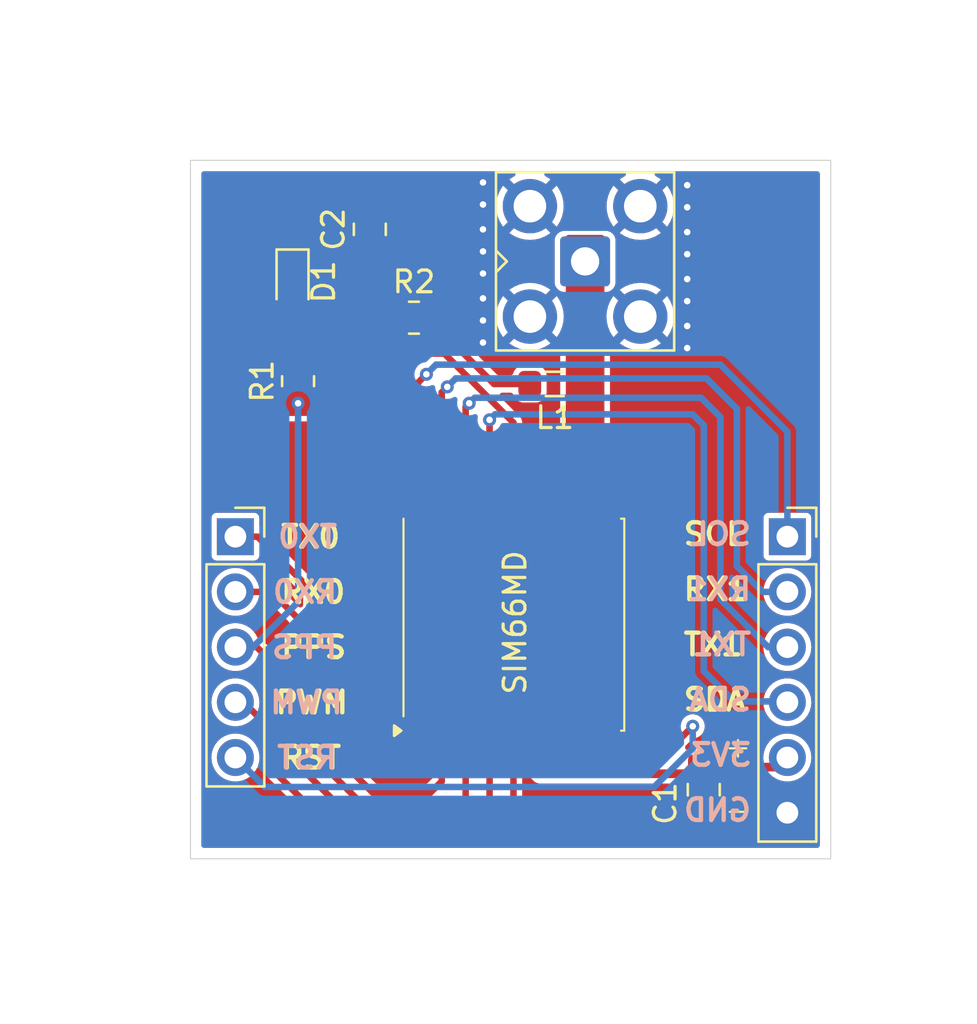
<source format=kicad_pcb>
(kicad_pcb (version 20240108) (generator "pcbnew") (generator_version "8.0")
  (layers (0 "F.Cu" signal) (31 "B.Cu" signal) (34 "B.Paste" user) (35 "F.Paste" user) (36 "B.SilkS" user "B.Silkscreen") (37 "F.SilkS" user "F.Silkscreen") (38 "B.Mask" user) (39 "F.Mask" user) (44 "Edge.Cuts" user))
  (net 0 "")
  (net 1 "+3V3")
  (net 2 "GND")
  (net 3 "Net-(C2-Pad1)")
  (net 4 "Net-(J1-In)")
  (net 5 "Net-(D1-A)")
  (net 6 "GPS_RX0")
  (net 7 "GPS_PPS")
  (net 8 "GPS_PWM")
  (net 9 "GPS_RESET")
  (net 10 "GPS_TX0")
  (net 11 "GPS_TX1")
  (net 12 "I2C_SCL_OTHER")
  (net 13 "GPS_RX1")
  (net 14 "I2C_SDA_OTHER")
  (net 15 "Net-(U1-VDD_ANT)")
  (footprint "Inductor_SMD:L_0805_2012Metric_Pad1.05x1.20mm_HandSolder" (layer "F.Cu") (at 99.695 45.974 180)
    (property "Reference" "L1" (at 0 -1.55 180) (layer "F.SilkS"))
    (property "Value" "27nH")
    (fp_line (start -0.410242 0.56) (end 0.410242 0.56) (stroke (width 0.12)) (layer "F.SilkS"))
    (fp_line (start -0.410242 -0.56) (end 0.410242 -0.56) (stroke (width 0.12)) (layer "F.SilkS"))
    (pad "1" smd roundrect (at -1.15 0 180) (size 1.05 1.2) (layers "F.Cu" "F.Paste" "F.Mask") (roundrect_rratio 0.238095) (net 4 "Net-(J1-In)"))
    (pad "2" smd roundrect (at 1.15 0 180) (size 1.05 1.2) (layers "F.Cu" "F.Paste" "F.Mask") (roundrect_rratio 0.238095) (net 3 "Net-(C2-Pad1)"))
  )
  (footprint "MyFootprints:SIM66MD" (layer "F.Cu") (at 93.3958 61.9252 90)
    (property "Reference" "U1" (hide yes))
    (property "Value" "SIM66MD" (at 4.9784 4.4704 90) (layer "F.SilkS"))
    (fp_line (start 0.6604 -0.6604) (end 9.7536 -0.6604) (stroke (width 0.1)) (layer "F.SilkS"))
    (fp_line (start 9.7536 9.3472) (end 9.7536 9.4996) (stroke (width 0.1)) (layer "F.SilkS"))
    (fp_line (start 0 9.3472) (end 0 9.4996) (stroke (width 0.1)) (layer "F.SilkS"))
    (fp_line (start 9.7536 9.4996) (end 0 9.4996) (stroke (width 0.1)) (layer "F.SilkS"))
    (fp_poly (pts (xy 0 -0.762) (xy -0.24 -1.092) (xy 0.24 -1.092) (xy 0 -0.762)) (stroke (width 0.12)) (fill solid) (layer "F.SilkS"))
    (pad "1" smd roundrect (at 0 0 90) (size 2 0.7) (layers "F.Cu" "F.Paste" "F.Mask") (net 2 "GND"))
    (pad "2" smd roundrect (at 0 1.1 90) (size 2 0.7) (layers "F.Cu" "F.Paste" "F.Mask") (net 10 "GPS_TX0"))
    (pad "3" smd roundrect (at 0 2.2 90) (size 2 0.7) (layers "F.Cu" "F.Paste" "F.Mask") (net 6 "GPS_RX0"))
    (pad "4" smd roundrect (at 0 3.3 90) (size 2 0.7) (layers "F.Cu" "F.Paste" "F.Mask") (net 7 "GPS_PPS"))
    (pad "5" smd roundrect (at 0 4.4 90) (size 2 0.7) (layers "F.Cu" "F.Paste" "F.Mask") (net 8 "GPS_PWM"))
    (pad "6" smd roundrect (at 0 5.5 90) (size 2 0.7) (layers "F.Cu" "F.Paste" "F.Mask") (net 1 "+3V3"))
    (pad "7" smd roundrect (at 0 6.6 90) (size 2 0.7) (layers "F.Cu" "F.Paste" "F.Mask"))
    (pad "8" smd roundrect (at 0 7.7 90) (size 2 0.7) (layers "F.Cu" "F.Paste" "F.Mask") (net 1 "+3V3"))
    (pad "9" smd roundrect (at 0 8.8 90) (size 2 0.7) (layers "F.Cu" "F.Paste" "F.Mask") (net 9 "GPS_RESET"))
    (pad "10" smd roundrect (at 9.7 8.8 270) (size 2 0.7) (layers "F.Cu" "F.Paste" "F.Mask") (net 2 "GND"))
    (pad "11" smd roundrect (at 9.7 7.7 270) (size 2 0.7) (layers "F.Cu" "F.Paste" "F.Mask") (net 4 "Net-(J1-In)"))
    (pad "12" smd roundrect (at 9.7 6.6 270) (size 2 0.7) (layers "F.Cu" "F.Paste" "F.Mask") (net 2 "GND"))
    (pad "13" smd roundrect (at 9.7 5.5 270) (size 2 0.7) (layers "F.Cu" "F.Paste" "F.Mask"))
    (pad "14" smd roundrect (at 9.7 4.4 270) (size 2 0.7) (layers "F.Cu" "F.Paste" "F.Mask") (net 15 "Net-(U1-VDD_ANT)"))
    (pad "15" smd roundrect (at 9.7 3.3 270) (size 2 0.7) (layers "F.Cu" "F.Paste" "F.Mask") (net 14 "I2C_SDA_OTHER"))
    (pad "16" smd roundrect (at 9.7 2.2 270) (size 2 0.7) (layers "F.Cu" "F.Paste" "F.Mask") (net 11 "GPS_TX1"))
    (pad "17" smd roundrect (at 9.7 1.1 270) (size 2 0.7) (layers "F.Cu" "F.Paste" "F.Mask") (net 13 "GPS_RX1"))
    (pad "18" smd roundrect (at 9.7 0 270) (size 2 0.7) (layers "F.Cu" "F.Paste" "F.Mask") (net 12 "I2C_SCL_OTHER"))
  )
  (footprint "Capacitor_SMD:C_0805_2012Metric_Pad1.18x1.45mm_HandSolder" (layer "F.Cu") (at 106.553 64.6391 -90)
    (property "Reference" "C1" (at 0.6389 1.778 90) (layer "F.SilkS"))
    (property "Value" "10uF")
    (fp_line (start -0.261252 0.735) (end 0.261252 0.735) (stroke (width 0.12)) (layer "F.SilkS"))
    (fp_line (start -0.261252 -0.735) (end 0.261252 -0.735) (stroke (width 0.12)) (layer "F.SilkS"))
    (pad "1" smd roundrect (at -1.0375 0 270) (size 1.175 1.45) (layers "F.Cu" "F.Paste" "F.Mask") (roundrect_rratio 0.212766) (net 1 "+3V3"))
    (pad "2" smd roundrect (at 1.0375 0 270) (size 1.175 1.45) (layers "F.Cu" "F.Paste" "F.Mask") (roundrect_rratio 0.212766) (net 2 "GND"))
  )
  (footprint "Capacitor_SMD:C_0805_2012Metric_Pad1.18x1.45mm_HandSolder" (layer "F.Cu") (at 91.186 38.862 90)
    (property "Reference" "C2" (at 0 -1.68 -90) (layer "F.SilkS"))
    (property "Value" "33pF")
    (fp_line (start -0.261252 -0.735) (end 0.261252 -0.735) (stroke (width 0.12)) (layer "F.SilkS"))
    (fp_line (start -0.261252 0.735) (end 0.261252 0.735) (stroke (width 0.12)) (layer "F.SilkS"))
    (pad "1" smd roundrect (at -1.0375 0 90) (size 1.175 1.45) (layers "F.Cu" "F.Paste" "F.Mask") (roundrect_rratio 0.212766) (net 3 "Net-(C2-Pad1)"))
    (pad "2" smd roundrect (at 1.0375 0 90) (size 1.175 1.45) (layers "F.Cu" "F.Paste" "F.Mask") (roundrect_rratio 0.212766) (net 2 "GND"))
  )
  (footprint "LED_SMD:LED_0603_1608Metric" (layer "F.Cu") (at 87.63 41.275 -90)
    (property "Reference" "D1" (at 0 -1.43 90) (layer "F.SilkS"))
    (property "Value" "RED")
    (fp_line (start -1.485 0.735) (end 0.8 0.735) (stroke (width 0.12)) (layer "F.SilkS"))
    (fp_line (start -1.485 -0.735) (end -1.485 0.735) (stroke (width 0.12)) (layer "F.SilkS"))
    (fp_line (start 0.8 -0.735) (end -1.485 -0.735) (stroke (width 0.12)) (layer "F.SilkS"))
    (pad "1" smd roundrect (at -0.7875 0 270) (size 0.875 0.95) (layers "F.Cu" "F.Paste" "F.Mask") (net 2 "GND"))
    (pad "2" smd roundrect (at 0.7875 0 270) (size 0.875 0.95) (layers "F.Cu" "F.Paste" "F.Mask") (net 5 "Net-(D1-A)"))
  )
  (footprint "Connector_PinSocket_2.54mm:PinSocket_1x05_P2.54mm_Vertical" (layer "F.Cu") (at 85 53)
    (property "Reference" "J2" (hide yes))
    (property "Value" "Conn_01x05")
    (fp_line (start -1.33 1.27) (end -1.33 11.49) (stroke (width 0.12)) (layer "F.SilkS"))
    (fp_line (start -1.33 1.27) (end 1.33 1.27) (stroke (width 0.12)) (layer "F.SilkS"))
    (fp_line (start -1.33 11.49) (end 1.33 11.49) (stroke (width 0.12)) (layer "F.SilkS"))
    (fp_line (start 0 -1.33) (end 1.33 -1.33) (stroke (width 0.12)) (layer "F.SilkS"))
    (fp_line (start 1.33 -1.33) (end 1.33 0) (stroke (width 0.12)) (layer "F.SilkS"))
    (fp_line (start 1.33 1.27) (end 1.33 11.49) (stroke (width 0.12)) (layer "F.SilkS"))
    (pad "1" thru_hole rect (at 0 0) (size 1.7 1.7) (drill 1) (layers "*.Cu" "*.Mask") (net 10 "GPS_TX0"))
    (pad "2" thru_hole oval (at 0 2.54) (size 1.7 1.7) (drill 1) (layers "*.Cu" "*.Mask") (net 6 "GPS_RX0"))
    (pad "3" thru_hole oval (at 0 5.08) (size 1.7 1.7) (drill 1) (layers "*.Cu" "*.Mask") (net 7 "GPS_PPS"))
    (pad "4" thru_hole oval (at 0 7.62) (size 1.7 1.7) (drill 1) (layers "*.Cu" "*.Mask") (net 8 "GPS_PWM"))
    (pad "5" thru_hole oval (at 0 10.16) (size 1.7 1.7) (drill 1) (layers "*.Cu" "*.Mask") (net 9 "GPS_RESET"))
  )
  (footprint "MyFootprints:Conn_SMA_Amphenol_901-143_Horizontal_SmallerHoles" (layer "F.Cu") (at 101.092 40.3352)
    (property "Reference" "J1" (hide yes))
    (property "Value" "SMA")
    (fp_line (start -4.1 -4.1) (end -4.1 4.1) (stroke (width 0.12)) (layer "F.SilkS"))
    (fp_line (start -4.1 -4.1) (end 4.1 -4.1) (stroke (width 0.12)) (layer "F.SilkS"))
    (fp_line (start -4.1 0.5) (end -3.6 0) (stroke (width 0.12)) (layer "F.SilkS"))
    (fp_line (start -4.1 4.1) (end 4.1 4.1) (stroke (width 0.12)) (layer "F.SilkS"))
    (fp_line (start -3.6 0) (end -4.1 -0.5) (stroke (width 0.12)) (layer "F.SilkS"))
    (fp_line (start 4.1 -4.1) (end 4.1 4.1) (stroke (width 0.12)) (layer "F.SilkS"))
    (pad "1" thru_hole roundrect (at 0 0) (size 2.3 2.3) (drill 1.3) (layers "*.Cu" "*.Mask") (roundrect_rratio 0.087) (net 4 "Net-(J1-In)"))
    (pad "2" thru_hole circle (at -2.54 -2.54) (size 2.5 2.5) (drill 1.5) (layers "*.Cu" "*.Mask") (net 2 "GND"))
    (pad "2" thru_hole circle (at -2.54 2.54) (size 2.5 2.5) (drill 1.5) (layers "*.Cu" "*.Mask") (net 2 "GND"))
    (pad "2" thru_hole circle (at 2.54 -2.54) (size 2.5 2.5) (drill 1.5) (layers "*.Cu" "*.Mask") (net 2 "GND"))
    (pad "2" thru_hole circle (at 2.54 2.54) (size 2.5 2.5) (drill 1.5) (layers "*.Cu" "*.Mask") (net 2 "GND"))
  )
  (footprint "Resistor_SMD:R_0805_2012Metric_Pad1.20x1.40mm_HandSolder" (layer "F.Cu") (at 93.218 42.926)
    (property "Reference" "R2" (at 0 -1.65 0) (layer "F.SilkS"))
    (property "Value" "10")
    (fp_line (start -0.227064 -0.735) (end 0.227064 -0.735) (stroke (width 0.12)) (layer "F.SilkS"))
    (fp_line (start -0.227064 0.735) (end 0.227064 0.735) (stroke (width 0.12)) (layer "F.SilkS"))
    (pad "1" smd roundrect (at -1 0) (size 1.2 1.4) (layers "F.Cu" "F.Paste" "F.Mask") (roundrect_rratio 0.208333) (net 15 "Net-(U1-VDD_ANT)"))
    (pad "2" smd roundrect (at 1 0) (size 1.2 1.4) (layers "F.Cu" "F.Paste" "F.Mask") (roundrect_rratio 0.208333) (net 3 "Net-(C2-Pad1)"))
  )
  (footprint "Resistor_SMD:R_0805_2012Metric_Pad1.20x1.40mm_HandSolder" (layer "F.Cu") (at 87.884 45.847 90)
    (property "Reference" "R1" (at 0 -1.65 -90) (layer "F.SilkS"))
    (property "Value" "1k")
    (fp_line (start -0.227064 -0.735) (end 0.227064 -0.735) (stroke (width 0.12)) (layer "F.SilkS"))
    (fp_line (start -0.227064 0.735) (end 0.227064 0.735) (stroke (width 0.12)) (layer "F.SilkS"))
    (pad "1" smd roundrect (at -1 0 90) (size 1.2 1.4) (layers "F.Cu" "F.Paste" "F.Mask") (roundrect_rratio 0.208333) (net 7 "GPS_PPS"))
    (pad "2" smd roundrect (at 1 0 90) (size 1.2 1.4) (layers "F.Cu" "F.Paste" "F.Mask") (roundrect_rratio 0.208333) (net 5 "Net-(D1-A)"))
  )
  (footprint "Connector_PinSocket_2.54mm:PinSocket_1x06_P2.54mm_Vertical" (layer "F.Cu") (at 110.4 53)
    (property "Reference" "J3" (hide yes))
    (property "Value" "Conn_01x06")
    (fp_line (start -1.33 1.27) (end -1.33 14.03) (stroke (width 0.12)) (layer "F.SilkS"))
    (fp_line (start -1.33 1.27) (end 1.33 1.27) (stroke (width 0.12)) (layer "F.SilkS"))
    (fp_line (start -1.33 14.03) (end 1.33 14.03) (stroke (width 0.12)) (layer "F.SilkS"))
    (fp_line (start 0 -1.33) (end 1.33 -1.33) (stroke (width 0.12)) (layer "F.SilkS"))
    (fp_line (start 1.33 -1.33) (end 1.33 0) (stroke (width 0.12)) (layer "F.SilkS"))
    (fp_line (start 1.33 1.27) (end 1.33 14.03) (stroke (width 0.12)) (layer "F.SilkS"))
    (pad "1" thru_hole rect (at 0 0) (size 1.7 1.7) (drill 1) (layers "*.Cu" "*.Mask") (net 12 "I2C_SCL_OTHER"))
    (pad "2" thru_hole oval (at 0 2.54) (size 1.7 1.7) (drill 1) (layers "*.Cu" "*.Mask") (net 13 "GPS_RX1"))
    (pad "3" thru_hole oval (at 0 5.08) (size 1.7 1.7) (drill 1) (layers "*.Cu" "*.Mask") (net 11 "GPS_TX1"))
    (pad "4" thru_hole oval (at 0 7.62) (size 1.7 1.7) (drill 1) (layers "*.Cu" "*.Mask") (net 14 "I2C_SDA_OTHER"))
    (pad "5" thru_hole oval (at 0 10.16) (size 1.7 1.7) (drill 1) (layers "*.Cu" "*.Mask") (net 1 "+3V3"))
    (pad "6" thru_hole oval (at 0 12.7) (size 1.7 1.7) (drill 1) (layers "*.Cu" "*.Mask") (net 2 "GND"))
  )
  (gr_rect (start 82.931 35.687) (end 112.395 67.818) (stroke (width 0.05)) (fill none) (layer "Edge.Cuts"))
  (gr_text "TX0" (at 89.789 53.594 0) (layer "B.SilkS") (effects (font (size 1 1) (thickness 0.2) (bold yes)) (justify left bottom mirror)))
  (gr_text "RX1" (at 108.839 56.007 0) (layer "B.SilkS") (effects (font (size 1 1) (thickness 0.2) (bold yes)) (justify left bottom mirror)))
  (gr_text "TX1" (at 108.839 58.547 0) (layer "B.SilkS") (effects (font (size 1 1) (thickness 0.2) (bold yes)) (justify left bottom mirror)))
  (gr_text "RST" (at 89.789 63.754 0) (layer "B.SilkS") (effects (font (size 1 1) (thickness 0.2) (bold yes)) (justify left bottom mirror)))
  (gr_text "PWM" (at 90.043 61.214 0) (layer "B.SilkS") (effects (font (size 1 1) (thickness 0.2) (bold yes)) (justify left bottom mirror)))
  (gr_text "PPS" (at 89.789 58.674 0) (layer "B.SilkS") (effects (font (size 1 1) (thickness 0.2) (bold yes)) (justify left bottom mirror)))
  (gr_text "GND" (at 108.839 66.167 0) (layer "B.SilkS") (effects (font (size 1 1) (thickness 0.2) (bold yes)) (justify left bottom mirror)))
  (gr_text "RX0" (at 89.789 56.134 0) (layer "B.SilkS") (effects (font (size 1 1) (thickness 0.2) (bold yes)) (justify left bottom mirror)))
  (gr_text "3V3" (at 108.839 63.627 0) (layer "B.SilkS") (effects (font (size 1 1) (thickness 0.2) (bold yes)) (justify left bottom mirror)))
  (gr_text "SCL" (at 108.839 53.467 0) (layer "B.SilkS") (effects (font (size 1 1) (thickness 0.2) (bold yes)) (justify left bottom mirror)))
  (gr_text "SDA" (at 108.839 61.087 0) (layer "B.SilkS") (effects (font (size 1 1) (thickness 0.2) (bold yes)) (justify left bottom mirror)))
  (gr_text "PWM" (at 86.741 61.214 -0) (layer "F.SilkS") (effects (font (size 1 1) (thickness 0.2) (bold yes)) (justify left bottom)))
  (gr_text "RST" (at 86.995 63.754 -0) (layer "F.SilkS") (effects (font (size 1 1) (thickness 0.2) (bold yes)) (justify left bottom)))
  (gr_text "TX1" (at 105.51838 58.547 -0) (layer "F.SilkS") (effects (font (size 1 1) (thickness 0.2) (bold yes)) (justify left bottom)))
  (gr_text "PPS" (at 86.995 58.674 -0) (layer "F.SilkS") (effects (font (size 1 1) (thickness 0.2) (bold yes)) (justify left bottom)))
  (gr_text "RX1" (at 105.51838 56.007 -0) (layer "F.SilkS") (effects (font (size 1 1) (thickness 0.2) (bold yes)) (justify left bottom)))
  (gr_text "RX0" (at 86.995 56.134 -0) (layer "F.SilkS") (effects (font (size 1 1) (thickness 0.2) (bold yes)) (justify left bottom)))
  (gr_text "+" (at 107.442 63.246 0) (layer "F.SilkS") (effects (font (size 1 1) (thickness 0.1)) (justify left bottom)))
  (gr_text "SDA" (at 105.51838 61.087 -0) (layer "F.SilkS") (effects (font (size 1 1) (thickness 0.2) (bold yes)) (justify left bottom)))
  (gr_text "SCL" (at 105.51838 53.467 -0) (layer "F.SilkS") (effects (font (size 1 1) (thickness 0.2) (bold yes)) (justify left bottom)))
  (gr_text "-" (at 107.442 66.167 0) (layer "F.SilkS") (effects (font (size 1 1) (thickness 0.1)) (justify left bottom)))
  (gr_text "TX0" (at 86.995 53.594 -0) (layer "F.SilkS") (effects (font (size 1 1) (thickness 0.2) (bold yes)) (justify left bottom)))
  (segment (start 106.0196 63.6016) (end 109.9584 63.6016) (width 0.4) (layer "F.Cu") (net 1))
  (segment (start 101.0958 61.9252) (end 101.0958 63.9064) (width 0.4) (layer "F.Cu") (net 1))
  (segment (start 105.7148 63.9064) (end 106.0196 63.6016) (width 0.4) (layer "F.Cu") (net 1))
  (segment (start 101.5492 63.9064) (end 105.7148 63.9064) (width 0.4) (layer "F.Cu") (net 1))
  (segment (start 98.8958 61.9252) (end 98.8958 63.7676) (width 0.4) (layer "F.Cu") (net 1))
  (segment (start 99.0346 63.9064) (end 101.5492 63.9064) (width 0.4) (layer "F.Cu") (net 1))
  (segment (start 109.9584 63.6016) (end 110.4 63.16) (width 0.4) (layer "F.Cu") (net 1))
  (segment (start 98.8958 63.7676) (end 99.0346 63.9064) (width 0.4) (layer "F.Cu") (net 1))
  (via (at 105.791 40.005) (size 0.6) (drill 0.3) (layers "F.Cu" "B.Cu") (net 2))
  (via (at 96.393 43.053) (size 0.6) (drill 0.3) (layers "F.Cu" "B.Cu") (net 2))
  (via (at 96.393 38.862) (size 0.6) (drill 0.3) (layers "F.Cu" "B.Cu") (net 2))
  (via (at 105.791 43.307) (size 0.6) (drill 0.3) (layers "F.Cu" "B.Cu") (net 2))
  (via (at 105.791 42.164) (size 0.6) (drill 0.3) (layers "F.Cu" "B.Cu") (net 2))
  (via (at 96.393 37.719) (size 0.6) (drill 0.3) (layers "F.Cu" "B.Cu") (net 2))
  (via (at 96.393 39.878) (size 0.6) (drill 0.3) (layers "F.Cu" "B.Cu") (net 2))
  (via (at 96.393 42.037) (size 0.6) (drill 0.3) (layers "F.Cu" "B.Cu") (net 2))
  (via (at 96.393 44.069) (size 0.6) (drill 0.3) (layers "F.Cu" "B.Cu") (net 2))
  (via (at 105.791 36.83) (size 0.6) (drill 0.3) (layers "F.Cu" "B.Cu") (net 2))
  (via (at 105.791 37.846) (size 0.6) (drill 0.3) (layers "F.Cu" "B.Cu") (net 2))
  (via (at 105.791 38.989) (size 0.6) (drill 0.3) (layers "F.Cu" "B.Cu") (net 2))
  (via (at 105.791 41.148) (size 0.6) (drill 0.3) (layers "F.Cu" "B.Cu") (net 2))
  (via (at 105.791 44.323) (size 0.6) (drill 0.3) (layers "F.Cu" "B.Cu") (net 2))
  (via (at 96.393 40.894) (size 0.6) (drill 0.3) (layers "F.Cu" "B.Cu") (net 2))
  (via (at 96.393 36.703) (size 0.6) (drill 0.3) (layers "F.Cu" "B.Cu") (net 2))
  (segment (start 94.218 42.926) (end 94.218 41.767) (width 0.3) (layer "F.Cu") (net 3))
  (segment (start 94.218 41.767) (end 92.3505 39.8995) (width 0.3) (layer "F.Cu") (net 3))
  (segment (start 94.218 43.291) (end 94.218 42.926) (width 0.3) (layer "F.Cu") (net 3))
  (segment (start 98.545 45.974) (end 96.901 45.974) (width 0.3) (layer "F.Cu") (net 3))
  (segment (start 96.901 45.974) (end 94.218 43.291) (width 0.3) (layer "F.Cu") (net 3))
  (segment (start 92.3505 39.8995) (end 91.186 39.8995) (width 0.3) (layer "F.Cu") (net 3))
  (segment (start 101.0958 52.2252) (end 101.0958 49.7878) (width 0.7) (layer "F.Cu") (net 4))
  (segment (start 101.0958 40.339) (end 101.092 40.3352) (width 0.2) (layer "F.Cu") (net 4))
  (segment (start 101.0958 49.7878) (end 101.092 49.784) (width 0.7) (layer "F.Cu") (net 4))
  (segment (start 87.884 42.3165) (end 87.63 42.0625) (width 0.3) (layer "F.Cu") (net 5))
  (segment (start 87.884 44.847) (end 87.884 42.3165) (width 0.3) (layer "F.Cu") (net 5))
  (segment (start 95.5958 65.1862) (end 95.5958 61.9252) (width 0.3) (layer "F.Cu") (net 6))
  (segment (start 90.932 65.405) (end 95.377 65.405) (width 0.3) (layer "F.Cu") (net 6))
  (segment (start 85 55.54) (end 86.655 55.54) (width 0.3) (layer "F.Cu") (net 6))
  (segment (start 87.884 56.769) (end 87.884 62.357) (width 0.3) (layer "F.Cu") (net 6))
  (segment (start 87.884 62.357) (end 90.932 65.405) (width 0.3) (layer "F.Cu") (net 6))
  (segment (start 86.655 55.54) (end 87.884 56.769) (width 0.3) (layer "F.Cu") (net 6))
  (segment (start 95.377 65.405) (end 95.5958 65.1862) (width 0.3) (layer "F.Cu") (net 6))
  (segment (start 96.393 66.04) (end 96.6958 65.7372) (width 0.3) (layer "F.Cu") (net 7))
  (segment (start 87.249 62.865) (end 90.424 66.04) (width 0.3) (layer "F.Cu") (net 7))
  (segment (start 96.6958 65.7372) (end 96.6958 61.9252) (width 0.3) (layer "F.Cu") (net 7))
  (segment (start 87.249 59.342) (end 87.249 62.865) (width 0.3) (layer "F.Cu") (net 7))
  (segment (start 90.424 66.04) (end 96.393 66.04) (width 0.3) (layer "F.Cu") (net 7))
  (segment (start 85 58.08) (end 85.987 58.08) (width 0.3) (layer "F.Cu") (net 7))
  (segment (start 85.987 58.08) (end 87.249 59.342) (width 0.3) (layer "F.Cu") (net 7))
  (via (at 87.884 46.863) (size 0.6) (drill 0.3) (layers "F.Cu" "B.Cu") (net 7))
  (segment (start 87.884 56.007) (end 87.884 46.863) (width 0.3) (layer "B.Cu") (net 7))
  (segment (start 85 58.08) (end 85.811 58.08) (width 0.3) (layer "B.Cu") (net 7))
  (segment (start 85.811 58.08) (end 87.884 56.007) (width 0.3) (layer "B.Cu") (net 7))
  (segment (start 97.7958 66.0342) (end 97.7958 61.9252) (width 0.3) (layer "F.Cu") (net 8))
  (segment (start 86.614 63.627) (end 89.535 66.548) (width 0.3) (layer "F.Cu") (net 8))
  (segment (start 89.535 66.548) (end 97.282 66.548) (width 0.3) (layer "F.Cu") (net 8))
  (segment (start 85 60.62) (end 85.385 60.62) (width 0.3) (layer "F.Cu") (net 8))
  (segment (start 86.614 61.849) (end 86.614 63.627) (width 0.3) (layer "F.Cu") (net 8))
  (segment (start 85.385 60.62) (end 86.614 61.849) (width 0.3) (layer "F.Cu") (net 8))
  (segment (start 97.282 66.548) (end 97.7958 66.0342) (width 0.3) (layer "F.Cu") (net 8))
  (segment (start 106.045 61.722) (end 105.283 62.484) (width 0.3) (layer "F.Cu") (net 9))
  (segment (start 105.283 62.484) (end 102.7546 62.484) (width 0.3) (layer "F.Cu") (net 9))
  (segment (start 102.7546 62.484) (end 102.1958 61.9252) (width 0.3) (layer "F.Cu") (net 9))
  (via (at 106.045 61.722) (size 0.6) (drill 0.3) (layers "F.Cu" "B.Cu") (net 9))
  (segment (start 104.267 64.516) (end 86.356 64.516) (width 0.3) (layer "B.Cu") (net 9))
  (segment (start 86.356 64.516) (end 85 63.16) (width 0.3) (layer "B.Cu") (net 9))
  (segment (start 106.045 61.722) (end 106.045 62.738) (width 0.3) (layer "B.Cu") (net 9))
  (segment (start 106.045 62.738) (end 104.267 64.516) (width 0.3) (layer "B.Cu") (net 9))
  (segment (start 88.519 61.976) (end 91.313 64.77) (width 0.3) (layer "F.Cu") (net 10))
  (segment (start 91.313 64.77) (end 93.98 64.77) (width 0.3) (layer "F.Cu") (net 10))
  (segment (start 93.98 64.77) (end 94.4958 64.2542) (width 0.3) (layer "F.Cu") (net 10))
  (segment (start 94.4958 64.2542) (end 94.4958 61.9252) (width 0.3) (layer "F.Cu") (net 10))
  (segment (start 85 53) (end 86.02 53) (width 0.3) (layer "F.Cu") (net 10))
  (segment (start 88.519 55.499) (end 88.519 61.976) (width 0.3) (layer "F.Cu") (net 10))
  (segment (start 86.02 53) (end 88.519 55.499) (width 0.3) (layer "F.Cu") (net 10))
  (segment (start 95.758 46.863) (end 95.5958 47.0252) (width 0.3) (layer "F.Cu") (net 11))
  (segment (start 95.5958 47.0252) (end 95.5958 52.2252) (width 0.3) (layer "F.Cu") (net 11))
  (via (at 95.758 46.863) (size 0.6) (drill 0.3) (layers "F.Cu" "B.Cu") (net 11))
  (segment (start 107.315 55.88) (end 109.515 58.08) (width 0.3) (layer "B.Cu") (net 11))
  (segment (start 106.426 46.609) (end 107.315 47.498) (width 0.3) (layer "B.Cu") (net 11))
  (segment (start 95.758 46.863) (end 96.012 46.609) (width 0.3) (layer "B.Cu") (net 11))
  (segment (start 96.012 46.609) (end 106.426 46.609) (width 0.3) (layer "B.Cu") (net 11))
  (segment (start 109.515 58.08) (end 110.4 58.08) (width 0.3) (layer "B.Cu") (net 11))
  (segment (start 107.315 47.498) (end 107.315 55.88) (width 0.3) (layer "B.Cu") (net 11))
  (segment (start 93.3958 45.9232) (end 93.3958 52.2252) (width 0.3) (layer "F.Cu") (net 12))
  (segment (start 93.7895 45.5295) (end 93.3958 45.9232) (width 0.3) (layer "F.Cu") (net 12))
  (via (at 93.7895 45.5295) (size 0.6) (drill 0.3) (layers "F.Cu" "B.Cu") (net 12))
  (segment (start 107.315 45.085) (end 110.4 48.17) (width 0.3) (layer "B.Cu") (net 12))
  (segment (start 110.4 48.17) (end 110.4 53) (width 0.3) (layer "B.Cu") (net 12))
  (segment (start 93.7895 45.5295) (end 94.234 45.085) (width 0.3) (layer "B.Cu") (net 12))
  (segment (start 94.234 45.085) (end 107.315 45.085) (width 0.3) (layer "B.Cu") (net 12))
  (segment (start 94.4958 46.3622) (end 94.4958 52.2252) (width 0.3) (layer "F.Cu") (net 13))
  (segment (start 94.7495 46.1085) (end 94.4958 46.3622) (width 0.3) (layer "F.Cu") (net 13))
  (via (at 94.7495 46.1085) (size 0.6) (drill 0.3) (layers "F.Cu" "B.Cu") (net 13))
  (segment (start 94.7495 46.1085) (end 95.138 45.72) (width 0.3) (layer "B.Cu") (net 13))
  (segment (start 106.68 45.72) (end 108.077 47.117) (width 0.3) (layer "B.Cu") (net 13))
  (segment (start 109.261 55.54) (end 110.4 55.54) (width 0.3) (layer "B.Cu") (net 13))
  (segment (start 108.077 47.117) (end 108.077 54.356) (width 0.3) (layer "B.Cu") (net 13))
  (segment (start 95.138 45.72) (end 106.68 45.72) (width 0.3) (layer "B.Cu") (net 13))
  (segment (start 108.077 54.356) (end 109.261 55.54) (width 0.3) (layer "B.Cu") (net 13))
  (segment (start 96.6958 47.625) (end 96.6958 52.2252) (width 0.3) (layer "F.Cu") (net 14))
  (via (at 96.6958 47.625) (size 0.6) (drill 0.3) (layers "F.Cu" "B.Cu") (net 14))
  (segment (start 106.045 47.371) (end 106.553 47.879) (width 0.3) (layer "B.Cu") (net 14))
  (segment (start 106.553 59.182) (end 107.95 60.579) (width 0.3) (layer "B.Cu") (net 14))
  (segment (start 107.95 60.579) (end 110.359 60.579) (width 0.3) (layer "B.Cu") (net 14))
  (segment (start 106.553 47.879) (end 106.553 59.182) (width 0.3) (layer "B.Cu") (net 14))
  (segment (start 96.6958 47.625) (end 96.9498 47.371) (width 0.3) (layer "B.Cu") (net 14))
  (segment (start 110.359 60.579) (end 110.4 60.62) (width 0.3) (layer "B.Cu") (net 14))
  (segment (start 96.9498 47.371) (end 106.045 47.371) (width 0.3) (layer "B.Cu") (net 14))
  (segment (start 92.71 44.577) (end 92.218 44.085) (width 0.3) (layer "F.Cu") (net 15))
  (segment (start 97.7958 52.2252) (end 97.7958 47.7578) (width 0.3) (layer "F.Cu") (net 15))
  (segment (start 97.7958 47.7578) (end 94.615 44.577) (width 0.3) (layer "F.Cu") (net 15))
  (segment (start 92.218 44.085) (end 92.218 42.926) (width 0.3) (layer "F.Cu") (net 15))
  (segment (start 94.615 44.577) (end 92.71 44.577) (width 0.3) (layer "F.Cu") (net 15))
  (zone (net 4) (net_name "Net-(J1-In)") (layer "F.Cu") (priority 1) (connect_pads yes (clearance 0.25)) (min_thickness 0.25) (fill yes (thermal_gap 0.25) (thermal_bridge_width 0.25))
    (polygon (pts (xy 100.203 39.116) (xy 101.981 39.116) (xy 101.981 50.546) (xy 100.203 50.546)))
  )
  (zone (net 2) (net_name "GND") (layers "F&B.Cu") (connect_pads yes (clearance 0.25)) (min_thickness 0.25) (fill yes (thermal_gap 0.3) (thermal_bridge_width 0.4))
    (polygon (pts (xy 80.264 30.988) (xy 118.872 30.734) (xy 119.126 75.438) (xy 74.168 73.66)))
  )
)
</source>
